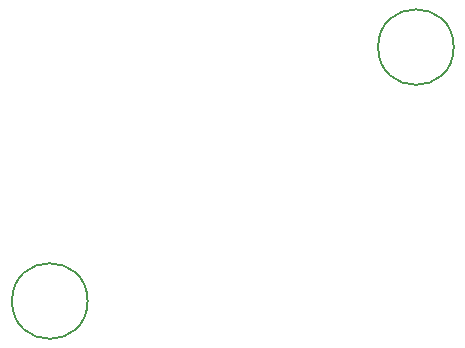
<source format=gbr>
G04 #@! TF.GenerationSoftware,KiCad,Pcbnew,6.0.7-f9a2dced07~116~ubuntu22.04.1*
G04 #@! TF.CreationDate,2022-09-03T08:45:20-04:00*
G04 #@! TF.ProjectId,clock_b1,636c6f63-6b5f-4623-912e-6b696361645f,rev?*
G04 #@! TF.SameCoordinates,Original*
G04 #@! TF.FileFunction,Other,Comment*
%FSLAX46Y46*%
G04 Gerber Fmt 4.6, Leading zero omitted, Abs format (unit mm)*
G04 Created by KiCad (PCBNEW 6.0.7-f9a2dced07~116~ubuntu22.04.1) date 2022-09-03 08:45:20*
%MOMM*%
%LPD*%
G01*
G04 APERTURE LIST*
%ADD10C,0.150000*%
G04 APERTURE END LIST*
D10*
G04 #@! TO.C,H4*
X21200000Y-52500000D02*
G75*
G03*
X21200000Y-52500000I-3200000J0D01*
G01*
G04 #@! TO.C,H3*
X52200000Y-31000000D02*
G75*
G03*
X52200000Y-31000000I-3200000J0D01*
G01*
G04 #@! TD*
M02*

</source>
